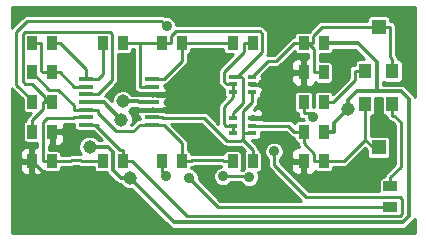
<source format=gbl>
G04 (created by PCBNEW (2013-07-07 BZR 4022)-stable) date 2014-06-17 1:27:57 PM*
%MOIN*%
G04 Gerber Fmt 3.4, Leading zero omitted, Abs format*
%FSLAX34Y34*%
G01*
G70*
G90*
G04 APERTURE LIST*
%ADD10C,0.00590551*%
%ADD11R,0.0512X0.0118*%
%ADD12R,0.0314X0.0157*%
%ADD13R,0.032X0.045*%
%ADD14R,0.045X0.032*%
%ADD15R,0.0393701X0.0492126*%
%ADD16R,0.0472441X0.0492126*%
%ADD17C,0.045*%
%ADD18C,0.035*%
%ADD19C,0.014*%
%ADD20C,0.01*%
G04 APERTURE END LIST*
G54D10*
G54D11*
X41222Y-33437D03*
X41222Y-33187D03*
X41222Y-32927D03*
X41222Y-32677D03*
X41222Y-32417D03*
X41222Y-32162D03*
X41222Y-31907D03*
X43422Y-31907D03*
X43422Y-32162D03*
X43422Y-32417D03*
X43422Y-32677D03*
X43422Y-32932D03*
X43422Y-33187D03*
X43422Y-33442D03*
G54D12*
X46770Y-33209D03*
X46770Y-33464D03*
X46770Y-33719D03*
X46142Y-33719D03*
X46142Y-33464D03*
X46142Y-33209D03*
X46770Y-31831D03*
X46770Y-32086D03*
X46770Y-32341D03*
X46142Y-32341D03*
X46142Y-32086D03*
X46142Y-31831D03*
G54D13*
X48483Y-34645D03*
X49153Y-34645D03*
X42460Y-34645D03*
X41790Y-34645D03*
X40098Y-34645D03*
X39428Y-34645D03*
X49153Y-33661D03*
X48483Y-33661D03*
X48483Y-32677D03*
X49153Y-32677D03*
X48483Y-31692D03*
X49153Y-31692D03*
X49153Y-30708D03*
X48483Y-30708D03*
X44429Y-34645D03*
X43759Y-34645D03*
X46121Y-34645D03*
X46791Y-34645D03*
X46121Y-30708D03*
X46791Y-30708D03*
X40098Y-30708D03*
X39428Y-30708D03*
X39428Y-32677D03*
X40098Y-32677D03*
X39428Y-33661D03*
X40098Y-33661D03*
X40098Y-31692D03*
X39428Y-31692D03*
X42460Y-30708D03*
X41790Y-30708D03*
G54D14*
X51377Y-36161D03*
X51377Y-35491D03*
G54D13*
X44429Y-30708D03*
X43759Y-30708D03*
G54D15*
X50531Y-31633D03*
X51437Y-31633D03*
G54D16*
X50984Y-30177D03*
G54D15*
X51437Y-32736D03*
X50531Y-32736D03*
G54D16*
X50984Y-34192D03*
G54D17*
X42407Y-33263D03*
X42457Y-32657D03*
X42682Y-35203D03*
X41347Y-34171D03*
X49962Y-32909D03*
G54D18*
X48790Y-33169D03*
X43893Y-35158D03*
X50984Y-34842D03*
X39763Y-35393D03*
X47637Y-32716D03*
X47874Y-34685D03*
X45196Y-34960D03*
X40708Y-33897D03*
X47141Y-32086D03*
X44311Y-32874D03*
X45405Y-32145D03*
X45098Y-33791D03*
X46562Y-29937D03*
X47497Y-34324D03*
X43915Y-30148D03*
X44655Y-35195D03*
X46669Y-35190D03*
X45795Y-35151D03*
G54D19*
X41820Y-32677D02*
X41222Y-32677D01*
X42407Y-33263D02*
X41820Y-32677D01*
X42976Y-32657D02*
X42457Y-32657D01*
X42996Y-32677D02*
X42976Y-32657D01*
X43422Y-32677D02*
X42996Y-32677D01*
X41965Y-34171D02*
X41347Y-34171D01*
X42130Y-34336D02*
X41965Y-34171D01*
X42130Y-34941D02*
X42130Y-34336D01*
X42393Y-35203D02*
X42130Y-34941D01*
X42682Y-35203D02*
X42393Y-35203D01*
X49484Y-33388D02*
X49484Y-33661D01*
X49962Y-32909D02*
X49484Y-33388D01*
X49153Y-33661D02*
X49484Y-33661D01*
X50292Y-30708D02*
X49153Y-30708D01*
X50922Y-31338D02*
X50292Y-30708D01*
X50922Y-32320D02*
X50922Y-31338D01*
X51730Y-32320D02*
X50922Y-32320D01*
X51990Y-32579D02*
X51730Y-32320D01*
X51990Y-36485D02*
X51990Y-32579D01*
X51783Y-36692D02*
X51990Y-36485D01*
X44170Y-36692D02*
X51783Y-36692D01*
X42682Y-35203D02*
X44170Y-36692D01*
X49962Y-32622D02*
X49962Y-32909D01*
X50264Y-32320D02*
X49962Y-32622D01*
X50922Y-32320D02*
X50264Y-32320D01*
G54D20*
X48673Y-33052D02*
X48483Y-33052D01*
X48790Y-33169D02*
X48673Y-33052D01*
X48483Y-32677D02*
X48483Y-33052D01*
X43759Y-35024D02*
X43759Y-34645D01*
X43893Y-35158D02*
X43759Y-35024D01*
X39763Y-35393D02*
X39763Y-34980D01*
X39763Y-34980D02*
X39428Y-34645D01*
X45405Y-32145D02*
X45039Y-32145D01*
X45039Y-32145D02*
X44311Y-32874D01*
X47637Y-32716D02*
X47637Y-32582D01*
X47637Y-32582D02*
X47141Y-32086D01*
X48483Y-31692D02*
X47535Y-31692D01*
X47535Y-31692D02*
X47141Y-32086D01*
X40472Y-33661D02*
X40708Y-33897D01*
X40098Y-33661D02*
X40472Y-33661D01*
X44136Y-32699D02*
X44311Y-32874D01*
X43905Y-32468D02*
X44136Y-32699D01*
X43590Y-32468D02*
X43905Y-32468D01*
X43539Y-32417D02*
X43590Y-32468D01*
X43422Y-32417D02*
X43539Y-32417D01*
X47244Y-32086D02*
X47141Y-32086D01*
X43837Y-32874D02*
X44311Y-32874D01*
X43778Y-32932D02*
X43837Y-32874D01*
X43422Y-32932D02*
X43778Y-32932D01*
X47141Y-32964D02*
X47141Y-32086D01*
X47137Y-32968D02*
X47141Y-32964D01*
X47137Y-33099D02*
X47137Y-32968D01*
X47027Y-33209D02*
X47137Y-33099D01*
X46770Y-33209D02*
X47027Y-33209D01*
X46770Y-32086D02*
X47141Y-32086D01*
X44429Y-31306D02*
X44429Y-31007D01*
X43829Y-31907D02*
X44429Y-31306D01*
X43422Y-31907D02*
X43829Y-31907D01*
X44429Y-31007D02*
X44429Y-30708D01*
X44429Y-31007D02*
X44429Y-31007D01*
X44429Y-30708D02*
X46121Y-30708D01*
X44429Y-31007D02*
X44429Y-30708D01*
X46121Y-30708D02*
X46121Y-30708D01*
X43016Y-32162D02*
X43422Y-32162D01*
X43016Y-30708D02*
X43016Y-32162D01*
X43016Y-30708D02*
X43759Y-30708D01*
X44069Y-30708D02*
X43759Y-30708D01*
X44069Y-30471D02*
X44069Y-30708D01*
X44225Y-30315D02*
X44069Y-30471D01*
X47016Y-30315D02*
X44225Y-30315D01*
X47101Y-30401D02*
X47016Y-30315D01*
X47101Y-31000D02*
X47101Y-30401D01*
X46271Y-31831D02*
X47101Y-31000D01*
X46271Y-31831D02*
X46142Y-31831D01*
X46142Y-31831D02*
X46142Y-31831D01*
X43016Y-30708D02*
X42461Y-30708D01*
X42461Y-30708D02*
X42460Y-30708D01*
X46142Y-33031D02*
X46142Y-33075D01*
X46449Y-32724D02*
X46142Y-33031D01*
X46449Y-31881D02*
X46449Y-32724D01*
X46399Y-31831D02*
X46449Y-31881D01*
X46271Y-31831D02*
X46399Y-31831D01*
X46142Y-33075D02*
X46142Y-33120D01*
X46142Y-33075D02*
X46142Y-33209D01*
X46142Y-33075D02*
X46142Y-33075D01*
X43016Y-33442D02*
X43422Y-33442D01*
X42807Y-33651D02*
X43016Y-33442D01*
X42236Y-33651D02*
X42807Y-33651D01*
X41629Y-33043D02*
X42236Y-33651D01*
X41629Y-32927D02*
X41629Y-33043D01*
X41222Y-32927D02*
X41629Y-32927D01*
X40007Y-32271D02*
X39428Y-31692D01*
X40300Y-32271D02*
X40007Y-32271D01*
X40816Y-32787D02*
X40300Y-32271D01*
X40816Y-32927D02*
X40816Y-32787D01*
X41222Y-32927D02*
X40816Y-32927D01*
X39428Y-31692D02*
X39428Y-31692D01*
X43829Y-33442D02*
X43422Y-33442D01*
X44429Y-34042D02*
X44429Y-34645D01*
X43829Y-33442D02*
X44429Y-34042D01*
X44764Y-34620D02*
X44739Y-34645D01*
X45786Y-34620D02*
X44764Y-34620D01*
X45811Y-34645D02*
X45786Y-34620D01*
X46121Y-34645D02*
X45811Y-34645D01*
X44429Y-34645D02*
X44739Y-34645D01*
X46770Y-33719D02*
X46770Y-33719D01*
X46770Y-32599D02*
X46770Y-32513D01*
X46770Y-32599D02*
X46770Y-32341D01*
X46770Y-32599D02*
X46770Y-32599D01*
X43778Y-33187D02*
X43422Y-33187D01*
X43790Y-33199D02*
X43778Y-33187D01*
X45151Y-33199D02*
X43790Y-33199D01*
X46513Y-33719D02*
X46463Y-33669D01*
X46770Y-33719D02*
X46513Y-33719D01*
X46770Y-32685D02*
X46770Y-32599D01*
X46463Y-32992D02*
X46770Y-32685D01*
X46463Y-33669D02*
X46463Y-32992D01*
X46791Y-34645D02*
X46791Y-34270D01*
X46436Y-33915D02*
X46791Y-34270D01*
X46385Y-33965D02*
X46436Y-33915D01*
X45918Y-33965D02*
X46385Y-33965D01*
X45151Y-33199D02*
X45918Y-33965D01*
X46463Y-33887D02*
X46463Y-33669D01*
X46436Y-33915D02*
X46463Y-33887D01*
X51370Y-31171D02*
X51437Y-31237D01*
X51370Y-30177D02*
X51370Y-31171D01*
X51437Y-31633D02*
X51437Y-31237D01*
X51177Y-30177D02*
X51370Y-30177D01*
X50984Y-30177D02*
X51177Y-30177D01*
X50984Y-30177D02*
X50597Y-30177D01*
X46770Y-31831D02*
X46770Y-31831D01*
X46909Y-31692D02*
X46863Y-31739D01*
X47564Y-31317D02*
X48173Y-30708D01*
X47284Y-31317D02*
X47564Y-31317D01*
X46863Y-31739D02*
X47284Y-31317D01*
X46863Y-31739D02*
X46770Y-31831D01*
X48483Y-30708D02*
X48173Y-30708D01*
X48794Y-30471D02*
X48794Y-30708D01*
X49088Y-30177D02*
X48794Y-30471D01*
X50597Y-30177D02*
X49088Y-30177D01*
X48483Y-30708D02*
X48638Y-30708D01*
X48638Y-30708D02*
X48794Y-30708D01*
X48843Y-30913D02*
X48843Y-31692D01*
X48638Y-30708D02*
X48843Y-30913D01*
X49153Y-31692D02*
X48843Y-31692D01*
X45922Y-32086D02*
X46142Y-32086D01*
X45833Y-31998D02*
X45922Y-32086D01*
X45833Y-31666D02*
X45833Y-31998D01*
X46481Y-31018D02*
X45833Y-31666D01*
X46481Y-30708D02*
X46481Y-31018D01*
X46791Y-30708D02*
X46481Y-30708D01*
X46014Y-33464D02*
X46142Y-33464D01*
X46014Y-33464D02*
X46142Y-33464D01*
X46142Y-32231D02*
X46142Y-32230D01*
X45885Y-33464D02*
X46014Y-33464D01*
X45835Y-33414D02*
X45885Y-33464D01*
X45835Y-32827D02*
X45835Y-33414D01*
X46142Y-32520D02*
X45835Y-32827D01*
X46142Y-32375D02*
X46142Y-32520D01*
X46142Y-32375D02*
X46142Y-32375D01*
X46142Y-32375D02*
X46142Y-32375D01*
X46142Y-32231D02*
X46142Y-32341D01*
X46142Y-32230D02*
X46142Y-32231D01*
X46791Y-30708D02*
X46791Y-30708D01*
X46142Y-32158D02*
X46142Y-32230D01*
X46142Y-32230D02*
X46142Y-32158D01*
X46142Y-32358D02*
X46142Y-32375D01*
X46142Y-32375D02*
X46142Y-32358D01*
X46142Y-32358D02*
X46142Y-32350D01*
X46142Y-32350D02*
X46142Y-32358D01*
X46142Y-32158D02*
X46142Y-32122D01*
X46142Y-32122D02*
X46142Y-32158D01*
X46142Y-32345D02*
X46142Y-32350D01*
X46142Y-32350D02*
X46142Y-32345D01*
X46142Y-32104D02*
X46142Y-32122D01*
X46142Y-32122D02*
X46142Y-32104D01*
X46142Y-33552D02*
X46142Y-33592D01*
X46142Y-33552D02*
X46142Y-33719D01*
X46142Y-33552D02*
X46142Y-33552D01*
X46142Y-33464D02*
X46142Y-33508D01*
X46142Y-33508D02*
X46142Y-33552D01*
X46142Y-33508D02*
X46142Y-33464D01*
X46142Y-33508D02*
X46142Y-33508D01*
X46142Y-32345D02*
X46142Y-32343D01*
X46142Y-32343D02*
X46142Y-32345D01*
X46142Y-32104D02*
X46142Y-32095D01*
X46142Y-32095D02*
X46142Y-32104D01*
X46142Y-32342D02*
X46142Y-32343D01*
X46142Y-32343D02*
X46142Y-32342D01*
X46142Y-32091D02*
X46142Y-32095D01*
X46142Y-32095D02*
X46142Y-32091D01*
X46142Y-32342D02*
X46142Y-32342D01*
X46142Y-32342D02*
X46142Y-32342D01*
X46142Y-32091D02*
X46142Y-32088D01*
X46142Y-32088D02*
X46142Y-32091D01*
X46142Y-32341D02*
X46142Y-32342D01*
X46142Y-32342D02*
X46142Y-32341D01*
X46142Y-32087D02*
X46142Y-32088D01*
X46142Y-32088D02*
X46142Y-32087D01*
X46142Y-32341D02*
X46142Y-32341D01*
X46142Y-32341D02*
X46142Y-32341D01*
X46142Y-32087D02*
X46142Y-32087D01*
X46142Y-32087D02*
X46142Y-32087D01*
X46142Y-32341D02*
X46142Y-32341D01*
X46142Y-32341D02*
X46142Y-32341D01*
X46142Y-32341D02*
X46142Y-32341D01*
X46142Y-32341D02*
X46142Y-32341D01*
X46142Y-32086D02*
X46142Y-32087D01*
X46142Y-32087D02*
X46142Y-32086D01*
X46142Y-32341D02*
X46142Y-32341D01*
X46142Y-32086D02*
X46142Y-32086D01*
X46142Y-32086D02*
X46142Y-32086D01*
X46142Y-32086D02*
X46142Y-32086D01*
X46142Y-32086D02*
X46142Y-32086D01*
X46142Y-32086D02*
X46142Y-32086D01*
X46142Y-32086D02*
X46142Y-32086D01*
X46142Y-32086D02*
X46142Y-32086D01*
X46770Y-33464D02*
X46770Y-33464D01*
X50531Y-32736D02*
X50531Y-33132D01*
X50984Y-34192D02*
X50791Y-34192D01*
X48483Y-33661D02*
X48483Y-34036D01*
X48843Y-34396D02*
X48483Y-34036D01*
X48843Y-34645D02*
X48843Y-34396D01*
X50791Y-34192D02*
X50531Y-33933D01*
X50531Y-33933D02*
X50531Y-33132D01*
X49076Y-34645D02*
X48843Y-34645D01*
X49076Y-34645D02*
X49153Y-34645D01*
X49819Y-34645D02*
X50531Y-33933D01*
X49153Y-34645D02*
X49819Y-34645D01*
X47196Y-33464D02*
X46770Y-33464D01*
X47976Y-33464D02*
X48173Y-33661D01*
X47196Y-33464D02*
X47976Y-33464D01*
X48483Y-33661D02*
X48173Y-33661D01*
X41790Y-31745D02*
X41790Y-31226D01*
X41629Y-31907D02*
X41790Y-31745D01*
X41222Y-31907D02*
X41629Y-31907D01*
X41790Y-31226D02*
X41790Y-30708D01*
X41790Y-31226D02*
X41790Y-30708D01*
X41790Y-31226D02*
X41790Y-31226D01*
X41222Y-31572D02*
X41222Y-31907D01*
X40358Y-30708D02*
X41222Y-31572D01*
X40098Y-30708D02*
X40358Y-30708D01*
X40098Y-30708D02*
X40098Y-30708D01*
X47497Y-34769D02*
X47497Y-34324D01*
X48579Y-35851D02*
X47497Y-34769D01*
X51683Y-35851D02*
X48579Y-35851D01*
X51753Y-35921D02*
X51683Y-35851D01*
X51753Y-36411D02*
X51753Y-35921D01*
X51692Y-36471D02*
X51753Y-36411D01*
X44597Y-36471D02*
X51692Y-36471D01*
X42771Y-34645D02*
X44597Y-36471D01*
X42460Y-34645D02*
X42771Y-34645D01*
X41222Y-33437D02*
X41542Y-33437D01*
X41542Y-33437D02*
X41629Y-33437D01*
X42375Y-34270D02*
X42460Y-34270D01*
X41542Y-33437D02*
X42375Y-34270D01*
X42460Y-34645D02*
X42460Y-34270D01*
X41790Y-34645D02*
X41480Y-34645D01*
X40098Y-34645D02*
X40408Y-34645D01*
X40816Y-33187D02*
X40799Y-33204D01*
X41222Y-33187D02*
X40816Y-33187D01*
X40799Y-33204D02*
X40782Y-33221D01*
X39788Y-33345D02*
X39788Y-34645D01*
X39930Y-33204D02*
X39788Y-33345D01*
X40799Y-33204D02*
X39930Y-33204D01*
X40098Y-34645D02*
X39788Y-34645D01*
X40720Y-34645D02*
X40408Y-34645D01*
X40743Y-34621D02*
X40720Y-34645D01*
X41054Y-34621D02*
X40743Y-34621D01*
X41078Y-34645D02*
X41054Y-34621D01*
X41480Y-34645D02*
X41078Y-34645D01*
X40827Y-32162D02*
X41222Y-32162D01*
X40358Y-31692D02*
X40827Y-32162D01*
X40098Y-31692D02*
X40358Y-31692D01*
X39788Y-31692D02*
X40098Y-31692D01*
X39738Y-31643D02*
X39788Y-31692D01*
X39738Y-30708D02*
X39738Y-31643D01*
X39428Y-30708D02*
X39738Y-30708D01*
X39428Y-30708D02*
X39428Y-30708D01*
X39268Y-29973D02*
X43740Y-29973D01*
X38910Y-32093D02*
X38910Y-30330D01*
X39428Y-32612D02*
X38910Y-32093D01*
X39428Y-32677D02*
X39428Y-32612D01*
X38910Y-30330D02*
X39268Y-29973D01*
X43740Y-29973D02*
X43915Y-30148D01*
X39866Y-32512D02*
X39866Y-32677D01*
X39422Y-32068D02*
X39866Y-32512D01*
X39206Y-32068D02*
X39422Y-32068D01*
X39118Y-31980D02*
X39206Y-32068D01*
X39118Y-30412D02*
X39118Y-31980D01*
X39198Y-30333D02*
X39118Y-30412D01*
X42019Y-30333D02*
X39198Y-30333D01*
X42104Y-30418D02*
X42019Y-30333D01*
X42104Y-31941D02*
X42104Y-30418D01*
X41629Y-32417D02*
X42104Y-31941D01*
X41222Y-32417D02*
X41629Y-32417D01*
X40098Y-32677D02*
X40098Y-32677D01*
X40098Y-32677D02*
X39866Y-32677D01*
X39428Y-33286D02*
X39428Y-33473D01*
X39788Y-32926D02*
X39428Y-33286D01*
X39788Y-32677D02*
X39788Y-32926D01*
X39866Y-32677D02*
X39788Y-32677D01*
X39428Y-33473D02*
X39428Y-33661D01*
X39428Y-33473D02*
X39428Y-33661D01*
X39428Y-33473D02*
X39428Y-33473D01*
X50184Y-31956D02*
X49464Y-32677D01*
X50184Y-31633D02*
X50184Y-31956D01*
X50531Y-31633D02*
X50184Y-31633D01*
X49153Y-32677D02*
X49464Y-32677D01*
X51377Y-36161D02*
X45621Y-36161D01*
X45621Y-36161D02*
X44655Y-35195D01*
X51723Y-34836D02*
X51377Y-35181D01*
X51723Y-33347D02*
X51723Y-34836D01*
X51508Y-33132D02*
X51723Y-33347D01*
X51437Y-33132D02*
X51508Y-33132D01*
X51437Y-32736D02*
X51437Y-33132D01*
X51377Y-35491D02*
X51377Y-35181D01*
X46669Y-35190D02*
X46630Y-35151D01*
X46630Y-35151D02*
X45795Y-35151D01*
G54D10*
G36*
X41773Y-33951D02*
X41658Y-33951D01*
X41560Y-33853D01*
X41422Y-33796D01*
X41273Y-33796D01*
X41135Y-33853D01*
X41030Y-33958D01*
X40972Y-34096D01*
X40972Y-34245D01*
X41029Y-34383D01*
X41071Y-34425D01*
X41054Y-34421D01*
X40743Y-34421D01*
X40667Y-34437D01*
X40654Y-34445D01*
X40508Y-34445D01*
X40508Y-33836D01*
X40508Y-33773D01*
X40446Y-33711D01*
X40148Y-33711D01*
X40148Y-34073D01*
X40211Y-34136D01*
X40308Y-34136D01*
X40400Y-34098D01*
X40470Y-34028D01*
X40508Y-33936D01*
X40508Y-33836D01*
X40508Y-34445D01*
X40408Y-34445D01*
X40408Y-34445D01*
X40408Y-34390D01*
X40386Y-34335D01*
X40343Y-34293D01*
X40288Y-34270D01*
X40229Y-34270D01*
X39988Y-34270D01*
X39988Y-34134D01*
X40048Y-34073D01*
X40048Y-33711D01*
X40040Y-33711D01*
X40040Y-33611D01*
X40048Y-33611D01*
X40048Y-33603D01*
X40148Y-33603D01*
X40148Y-33611D01*
X40446Y-33611D01*
X40508Y-33548D01*
X40508Y-33485D01*
X40508Y-33404D01*
X40702Y-33404D01*
X40706Y-33406D01*
X40782Y-33421D01*
X40816Y-33414D01*
X40816Y-33525D01*
X40839Y-33581D01*
X40881Y-33623D01*
X40936Y-33646D01*
X40996Y-33646D01*
X41468Y-33646D01*
X41773Y-33951D01*
X41773Y-33951D01*
G37*
G54D20*
X41773Y-33951D02*
X41658Y-33951D01*
X41560Y-33853D01*
X41422Y-33796D01*
X41273Y-33796D01*
X41135Y-33853D01*
X41030Y-33958D01*
X40972Y-34096D01*
X40972Y-34245D01*
X41029Y-34383D01*
X41071Y-34425D01*
X41054Y-34421D01*
X40743Y-34421D01*
X40667Y-34437D01*
X40654Y-34445D01*
X40508Y-34445D01*
X40508Y-33836D01*
X40508Y-33773D01*
X40446Y-33711D01*
X40148Y-33711D01*
X40148Y-34073D01*
X40211Y-34136D01*
X40308Y-34136D01*
X40400Y-34098D01*
X40470Y-34028D01*
X40508Y-33936D01*
X40508Y-33836D01*
X40508Y-34445D01*
X40408Y-34445D01*
X40408Y-34445D01*
X40408Y-34390D01*
X40386Y-34335D01*
X40343Y-34293D01*
X40288Y-34270D01*
X40229Y-34270D01*
X39988Y-34270D01*
X39988Y-34134D01*
X40048Y-34073D01*
X40048Y-33711D01*
X40040Y-33711D01*
X40040Y-33611D01*
X40048Y-33611D01*
X40048Y-33603D01*
X40148Y-33603D01*
X40148Y-33611D01*
X40446Y-33611D01*
X40508Y-33548D01*
X40508Y-33485D01*
X40508Y-33404D01*
X40702Y-33404D01*
X40706Y-33406D01*
X40782Y-33421D01*
X40816Y-33414D01*
X40816Y-33525D01*
X40839Y-33581D01*
X40881Y-33623D01*
X40936Y-33646D01*
X40996Y-33646D01*
X41468Y-33646D01*
X41773Y-33951D01*
G54D10*
G36*
X46133Y-31083D02*
X45692Y-31525D01*
X45649Y-31590D01*
X45633Y-31666D01*
X45633Y-31998D01*
X45641Y-32036D01*
X45648Y-32074D01*
X45649Y-32074D01*
X45649Y-32074D01*
X45670Y-32106D01*
X45692Y-32139D01*
X45780Y-32227D01*
X45780Y-32227D01*
X45780Y-32228D01*
X45815Y-32251D01*
X45835Y-32264D01*
X45835Y-32292D01*
X45835Y-32449D01*
X45858Y-32504D01*
X45866Y-32513D01*
X45694Y-32685D01*
X45651Y-32750D01*
X45635Y-32827D01*
X45635Y-33400D01*
X45292Y-33057D01*
X45228Y-33014D01*
X45151Y-32999D01*
X43903Y-32999D01*
X43866Y-32961D01*
X43472Y-32961D01*
X43472Y-32978D01*
X43372Y-32978D01*
X43372Y-32961D01*
X42979Y-32961D01*
X42916Y-33024D01*
X42916Y-33040D01*
X42954Y-33132D01*
X43016Y-33194D01*
X43016Y-33242D01*
X43016Y-33242D01*
X42939Y-33257D01*
X42875Y-33300D01*
X42874Y-33301D01*
X42743Y-33432D01*
X42782Y-33338D01*
X42782Y-33189D01*
X42725Y-33051D01*
X42655Y-32981D01*
X42669Y-32975D01*
X42767Y-32877D01*
X42907Y-32877D01*
X42912Y-32880D01*
X42912Y-32880D01*
X42913Y-32880D01*
X42957Y-32889D01*
X42968Y-32891D01*
X42979Y-32902D01*
X43372Y-32902D01*
X43372Y-32897D01*
X43422Y-32897D01*
X43472Y-32887D01*
X43472Y-32902D01*
X43866Y-32902D01*
X43928Y-32840D01*
X43928Y-32823D01*
X43890Y-32731D01*
X43833Y-32674D01*
X43890Y-32617D01*
X43928Y-32525D01*
X43928Y-32509D01*
X43866Y-32446D01*
X43472Y-32446D01*
X43472Y-32467D01*
X43422Y-32457D01*
X43372Y-32457D01*
X43372Y-32446D01*
X43024Y-32446D01*
X43018Y-32445D01*
X42976Y-32437D01*
X42767Y-32437D01*
X42669Y-32339D01*
X42532Y-32282D01*
X42382Y-32282D01*
X42244Y-32339D01*
X42139Y-32444D01*
X42082Y-32582D01*
X42082Y-32627D01*
X41976Y-32521D01*
X41905Y-32473D01*
X41863Y-32465D01*
X42246Y-32082D01*
X42289Y-32018D01*
X42304Y-31941D01*
X42304Y-31941D01*
X42304Y-31083D01*
X42330Y-31083D01*
X42650Y-31083D01*
X42705Y-31060D01*
X42748Y-31018D01*
X42770Y-30963D01*
X42771Y-30908D01*
X42816Y-30908D01*
X42816Y-32162D01*
X42831Y-32238D01*
X42875Y-32303D01*
X42935Y-32344D01*
X42979Y-32387D01*
X43372Y-32387D01*
X43372Y-32371D01*
X43472Y-32371D01*
X43472Y-32387D01*
X43866Y-32387D01*
X43928Y-32325D01*
X43928Y-32308D01*
X43890Y-32216D01*
X43828Y-32154D01*
X43828Y-32107D01*
X43829Y-32107D01*
X43905Y-32091D01*
X43970Y-32048D01*
X44571Y-31448D01*
X44614Y-31383D01*
X44629Y-31306D01*
X44629Y-31306D01*
X44629Y-31079D01*
X44674Y-31060D01*
X44716Y-31018D01*
X44739Y-30963D01*
X44739Y-30908D01*
X45811Y-30908D01*
X45811Y-30963D01*
X45834Y-31018D01*
X45876Y-31060D01*
X45931Y-31083D01*
X45991Y-31083D01*
X46133Y-31083D01*
X46133Y-31083D01*
G37*
G54D20*
X46133Y-31083D02*
X45692Y-31525D01*
X45649Y-31590D01*
X45633Y-31666D01*
X45633Y-31998D01*
X45641Y-32036D01*
X45648Y-32074D01*
X45649Y-32074D01*
X45649Y-32074D01*
X45670Y-32106D01*
X45692Y-32139D01*
X45780Y-32227D01*
X45780Y-32227D01*
X45780Y-32228D01*
X45815Y-32251D01*
X45835Y-32264D01*
X45835Y-32292D01*
X45835Y-32449D01*
X45858Y-32504D01*
X45866Y-32513D01*
X45694Y-32685D01*
X45651Y-32750D01*
X45635Y-32827D01*
X45635Y-33400D01*
X45292Y-33057D01*
X45228Y-33014D01*
X45151Y-32999D01*
X43903Y-32999D01*
X43866Y-32961D01*
X43472Y-32961D01*
X43472Y-32978D01*
X43372Y-32978D01*
X43372Y-32961D01*
X42979Y-32961D01*
X42916Y-33024D01*
X42916Y-33040D01*
X42954Y-33132D01*
X43016Y-33194D01*
X43016Y-33242D01*
X43016Y-33242D01*
X42939Y-33257D01*
X42875Y-33300D01*
X42874Y-33301D01*
X42743Y-33432D01*
X42782Y-33338D01*
X42782Y-33189D01*
X42725Y-33051D01*
X42655Y-32981D01*
X42669Y-32975D01*
X42767Y-32877D01*
X42907Y-32877D01*
X42912Y-32880D01*
X42912Y-32880D01*
X42913Y-32880D01*
X42957Y-32889D01*
X42968Y-32891D01*
X42979Y-32902D01*
X43372Y-32902D01*
X43372Y-32897D01*
X43422Y-32897D01*
X43472Y-32887D01*
X43472Y-32902D01*
X43866Y-32902D01*
X43928Y-32840D01*
X43928Y-32823D01*
X43890Y-32731D01*
X43833Y-32674D01*
X43890Y-32617D01*
X43928Y-32525D01*
X43928Y-32509D01*
X43866Y-32446D01*
X43472Y-32446D01*
X43472Y-32467D01*
X43422Y-32457D01*
X43372Y-32457D01*
X43372Y-32446D01*
X43024Y-32446D01*
X43018Y-32445D01*
X42976Y-32437D01*
X42767Y-32437D01*
X42669Y-32339D01*
X42532Y-32282D01*
X42382Y-32282D01*
X42244Y-32339D01*
X42139Y-32444D01*
X42082Y-32582D01*
X42082Y-32627D01*
X41976Y-32521D01*
X41905Y-32473D01*
X41863Y-32465D01*
X42246Y-32082D01*
X42289Y-32018D01*
X42304Y-31941D01*
X42304Y-31941D01*
X42304Y-31083D01*
X42330Y-31083D01*
X42650Y-31083D01*
X42705Y-31060D01*
X42748Y-31018D01*
X42770Y-30963D01*
X42771Y-30908D01*
X42816Y-30908D01*
X42816Y-32162D01*
X42831Y-32238D01*
X42875Y-32303D01*
X42935Y-32344D01*
X42979Y-32387D01*
X43372Y-32387D01*
X43372Y-32371D01*
X43472Y-32371D01*
X43472Y-32387D01*
X43866Y-32387D01*
X43928Y-32325D01*
X43928Y-32308D01*
X43890Y-32216D01*
X43828Y-32154D01*
X43828Y-32107D01*
X43829Y-32107D01*
X43905Y-32091D01*
X43970Y-32048D01*
X44571Y-31448D01*
X44614Y-31383D01*
X44629Y-31306D01*
X44629Y-31306D01*
X44629Y-31079D01*
X44674Y-31060D01*
X44716Y-31018D01*
X44739Y-30963D01*
X44739Y-30908D01*
X45811Y-30908D01*
X45811Y-30963D01*
X45834Y-31018D01*
X45876Y-31060D01*
X45931Y-31083D01*
X45991Y-31083D01*
X46133Y-31083D01*
G54D10*
G36*
X46539Y-34300D02*
X46504Y-34335D01*
X46481Y-34390D01*
X46481Y-34450D01*
X46481Y-34900D01*
X46487Y-34914D01*
X46485Y-34915D01*
X46448Y-34951D01*
X46410Y-34951D01*
X46431Y-34900D01*
X46431Y-34840D01*
X46431Y-34390D01*
X46408Y-34335D01*
X46366Y-34293D01*
X46311Y-34270D01*
X46251Y-34270D01*
X45931Y-34270D01*
X45876Y-34293D01*
X45834Y-34335D01*
X45811Y-34390D01*
X45811Y-34425D01*
X45786Y-34420D01*
X44764Y-34420D01*
X44739Y-34425D01*
X44739Y-34390D01*
X44716Y-34335D01*
X44674Y-34293D01*
X44629Y-34274D01*
X44629Y-34042D01*
X44616Y-33978D01*
X44614Y-33965D01*
X44614Y-33965D01*
X44570Y-33901D01*
X44068Y-33399D01*
X45068Y-33399D01*
X45776Y-34106D01*
X45776Y-34106D01*
X45841Y-34150D01*
X45841Y-34150D01*
X45854Y-34152D01*
X45918Y-34165D01*
X46385Y-34165D01*
X46400Y-34162D01*
X46539Y-34300D01*
X46539Y-34300D01*
G37*
G54D20*
X46539Y-34300D02*
X46504Y-34335D01*
X46481Y-34390D01*
X46481Y-34450D01*
X46481Y-34900D01*
X46487Y-34914D01*
X46485Y-34915D01*
X46448Y-34951D01*
X46410Y-34951D01*
X46431Y-34900D01*
X46431Y-34840D01*
X46431Y-34390D01*
X46408Y-34335D01*
X46366Y-34293D01*
X46311Y-34270D01*
X46251Y-34270D01*
X45931Y-34270D01*
X45876Y-34293D01*
X45834Y-34335D01*
X45811Y-34390D01*
X45811Y-34425D01*
X45786Y-34420D01*
X44764Y-34420D01*
X44739Y-34425D01*
X44739Y-34390D01*
X44716Y-34335D01*
X44674Y-34293D01*
X44629Y-34274D01*
X44629Y-34042D01*
X44616Y-33978D01*
X44614Y-33965D01*
X44614Y-33965D01*
X44570Y-33901D01*
X44068Y-33399D01*
X45068Y-33399D01*
X45776Y-34106D01*
X45776Y-34106D01*
X45841Y-34150D01*
X45841Y-34150D01*
X45854Y-34152D01*
X45918Y-34165D01*
X46385Y-34165D01*
X46400Y-34162D01*
X46539Y-34300D01*
G54D10*
G36*
X50510Y-31237D02*
X50304Y-31237D01*
X50249Y-31260D01*
X50207Y-31302D01*
X50184Y-31357D01*
X50184Y-31417D01*
X50184Y-31433D01*
X50184Y-31433D01*
X50107Y-31449D01*
X50043Y-31492D01*
X49999Y-31557D01*
X49984Y-31633D01*
X49984Y-31873D01*
X49455Y-32402D01*
X49441Y-32367D01*
X49398Y-32325D01*
X49343Y-32302D01*
X49284Y-32302D01*
X48964Y-32302D01*
X48909Y-32324D01*
X48866Y-32367D01*
X48843Y-32422D01*
X48843Y-32481D01*
X48843Y-32844D01*
X48793Y-32844D01*
X48793Y-32422D01*
X48771Y-32367D01*
X48728Y-32325D01*
X48673Y-32302D01*
X48614Y-32302D01*
X48433Y-32302D01*
X48433Y-32105D01*
X48433Y-31742D01*
X48433Y-31642D01*
X48433Y-31280D01*
X48371Y-31217D01*
X48274Y-31217D01*
X48182Y-31255D01*
X48112Y-31326D01*
X48073Y-31417D01*
X48073Y-31517D01*
X48073Y-31580D01*
X48136Y-31642D01*
X48433Y-31642D01*
X48433Y-31742D01*
X48136Y-31742D01*
X48073Y-31805D01*
X48073Y-31868D01*
X48073Y-31967D01*
X48112Y-32059D01*
X48182Y-32129D01*
X48274Y-32167D01*
X48371Y-32167D01*
X48433Y-32105D01*
X48433Y-32302D01*
X48294Y-32302D01*
X48239Y-32324D01*
X48196Y-32367D01*
X48173Y-32422D01*
X48173Y-32481D01*
X48173Y-32931D01*
X48196Y-32987D01*
X48238Y-33029D01*
X48283Y-33047D01*
X48283Y-33052D01*
X48299Y-33128D01*
X48342Y-33193D01*
X48407Y-33237D01*
X48472Y-33249D01*
X48487Y-33286D01*
X48294Y-33286D01*
X48239Y-33309D01*
X48196Y-33351D01*
X48182Y-33386D01*
X48118Y-33323D01*
X48053Y-33279D01*
X47976Y-33264D01*
X47196Y-33264D01*
X47177Y-33264D01*
X47130Y-33264D01*
X47115Y-33248D01*
X46988Y-33248D01*
X46957Y-33236D01*
X46897Y-33236D01*
X46712Y-33236D01*
X46712Y-33170D01*
X46720Y-33170D01*
X46720Y-33151D01*
X46820Y-33151D01*
X46820Y-33170D01*
X47115Y-33170D01*
X47177Y-33107D01*
X47177Y-33081D01*
X47139Y-32989D01*
X47069Y-32919D01*
X46977Y-32881D01*
X46878Y-32881D01*
X46883Y-32881D01*
X46820Y-32943D01*
X46820Y-32918D01*
X46912Y-32827D01*
X46912Y-32827D01*
X46955Y-32762D01*
X46970Y-32685D01*
X46970Y-32599D01*
X46970Y-32564D01*
X47012Y-32547D01*
X47054Y-32505D01*
X47077Y-32450D01*
X47077Y-32390D01*
X47077Y-32368D01*
X47139Y-32306D01*
X47177Y-32214D01*
X47177Y-32188D01*
X47115Y-32125D01*
X46988Y-32125D01*
X46957Y-32113D01*
X46897Y-32113D01*
X46712Y-32113D01*
X46712Y-32060D01*
X46957Y-32060D01*
X46988Y-32047D01*
X47115Y-32047D01*
X47177Y-31984D01*
X47177Y-31958D01*
X47139Y-31866D01*
X47079Y-31806D01*
X47367Y-31517D01*
X47564Y-31517D01*
X47641Y-31502D01*
X47706Y-31459D01*
X48182Y-30983D01*
X48196Y-31018D01*
X48238Y-31060D01*
X48293Y-31083D01*
X48353Y-31083D01*
X48643Y-31083D01*
X48643Y-31217D01*
X48596Y-31217D01*
X48533Y-31280D01*
X48533Y-31642D01*
X48541Y-31642D01*
X48541Y-31742D01*
X48533Y-31742D01*
X48533Y-32105D01*
X48596Y-32167D01*
X48693Y-32167D01*
X48785Y-32129D01*
X48855Y-32059D01*
X48875Y-32011D01*
X48908Y-32045D01*
X48963Y-32067D01*
X49023Y-32067D01*
X49343Y-32067D01*
X49398Y-32045D01*
X49440Y-32002D01*
X49463Y-31947D01*
X49463Y-31888D01*
X49463Y-31438D01*
X49441Y-31383D01*
X49398Y-31340D01*
X49343Y-31317D01*
X49284Y-31317D01*
X49043Y-31317D01*
X49043Y-31083D01*
X49343Y-31083D01*
X49398Y-31060D01*
X49440Y-31018D01*
X49463Y-30963D01*
X49463Y-30928D01*
X50201Y-30928D01*
X50510Y-31237D01*
X50510Y-31237D01*
G37*
G54D20*
X50510Y-31237D02*
X50304Y-31237D01*
X50249Y-31260D01*
X50207Y-31302D01*
X50184Y-31357D01*
X50184Y-31417D01*
X50184Y-31433D01*
X50184Y-31433D01*
X50107Y-31449D01*
X50043Y-31492D01*
X49999Y-31557D01*
X49984Y-31633D01*
X49984Y-31873D01*
X49455Y-32402D01*
X49441Y-32367D01*
X49398Y-32325D01*
X49343Y-32302D01*
X49284Y-32302D01*
X48964Y-32302D01*
X48909Y-32324D01*
X48866Y-32367D01*
X48843Y-32422D01*
X48843Y-32481D01*
X48843Y-32844D01*
X48793Y-32844D01*
X48793Y-32422D01*
X48771Y-32367D01*
X48728Y-32325D01*
X48673Y-32302D01*
X48614Y-32302D01*
X48433Y-32302D01*
X48433Y-32105D01*
X48433Y-31742D01*
X48433Y-31642D01*
X48433Y-31280D01*
X48371Y-31217D01*
X48274Y-31217D01*
X48182Y-31255D01*
X48112Y-31326D01*
X48073Y-31417D01*
X48073Y-31517D01*
X48073Y-31580D01*
X48136Y-31642D01*
X48433Y-31642D01*
X48433Y-31742D01*
X48136Y-31742D01*
X48073Y-31805D01*
X48073Y-31868D01*
X48073Y-31967D01*
X48112Y-32059D01*
X48182Y-32129D01*
X48274Y-32167D01*
X48371Y-32167D01*
X48433Y-32105D01*
X48433Y-32302D01*
X48294Y-32302D01*
X48239Y-32324D01*
X48196Y-32367D01*
X48173Y-32422D01*
X48173Y-32481D01*
X48173Y-32931D01*
X48196Y-32987D01*
X48238Y-33029D01*
X48283Y-33047D01*
X48283Y-33052D01*
X48299Y-33128D01*
X48342Y-33193D01*
X48407Y-33237D01*
X48472Y-33249D01*
X48487Y-33286D01*
X48294Y-33286D01*
X48239Y-33309D01*
X48196Y-33351D01*
X48182Y-33386D01*
X48118Y-33323D01*
X48053Y-33279D01*
X47976Y-33264D01*
X47196Y-33264D01*
X47177Y-33264D01*
X47130Y-33264D01*
X47115Y-33248D01*
X46988Y-33248D01*
X46957Y-33236D01*
X46897Y-33236D01*
X46712Y-33236D01*
X46712Y-33170D01*
X46720Y-33170D01*
X46720Y-33151D01*
X46820Y-33151D01*
X46820Y-33170D01*
X47115Y-33170D01*
X47177Y-33107D01*
X47177Y-33081D01*
X47139Y-32989D01*
X47069Y-32919D01*
X46977Y-32881D01*
X46878Y-32881D01*
X46883Y-32881D01*
X46820Y-32943D01*
X46820Y-32918D01*
X46912Y-32827D01*
X46912Y-32827D01*
X46955Y-32762D01*
X46970Y-32685D01*
X46970Y-32599D01*
X46970Y-32564D01*
X47012Y-32547D01*
X47054Y-32505D01*
X47077Y-32450D01*
X47077Y-32390D01*
X47077Y-32368D01*
X47139Y-32306D01*
X47177Y-32214D01*
X47177Y-32188D01*
X47115Y-32125D01*
X46988Y-32125D01*
X46957Y-32113D01*
X46897Y-32113D01*
X46712Y-32113D01*
X46712Y-32060D01*
X46957Y-32060D01*
X46988Y-32047D01*
X47115Y-32047D01*
X47177Y-31984D01*
X47177Y-31958D01*
X47139Y-31866D01*
X47079Y-31806D01*
X47367Y-31517D01*
X47564Y-31517D01*
X47641Y-31502D01*
X47706Y-31459D01*
X48182Y-30983D01*
X48196Y-31018D01*
X48238Y-31060D01*
X48293Y-31083D01*
X48353Y-31083D01*
X48643Y-31083D01*
X48643Y-31217D01*
X48596Y-31217D01*
X48533Y-31280D01*
X48533Y-31642D01*
X48541Y-31642D01*
X48541Y-31742D01*
X48533Y-31742D01*
X48533Y-32105D01*
X48596Y-32167D01*
X48693Y-32167D01*
X48785Y-32129D01*
X48855Y-32059D01*
X48875Y-32011D01*
X48908Y-32045D01*
X48963Y-32067D01*
X49023Y-32067D01*
X49343Y-32067D01*
X49398Y-32045D01*
X49440Y-32002D01*
X49463Y-31947D01*
X49463Y-31888D01*
X49463Y-31438D01*
X49441Y-31383D01*
X49398Y-31340D01*
X49343Y-31317D01*
X49284Y-31317D01*
X49043Y-31317D01*
X49043Y-31083D01*
X49343Y-31083D01*
X49398Y-31060D01*
X49440Y-31018D01*
X49463Y-30963D01*
X49463Y-30928D01*
X50201Y-30928D01*
X50510Y-31237D01*
G54D10*
G36*
X51523Y-34753D02*
X51236Y-35040D01*
X51193Y-35105D01*
X51177Y-35181D01*
X51177Y-35181D01*
X51123Y-35181D01*
X51068Y-35204D01*
X51025Y-35246D01*
X51002Y-35301D01*
X51002Y-35361D01*
X51002Y-35651D01*
X48662Y-35651D01*
X48433Y-35422D01*
X48433Y-35058D01*
X48433Y-34695D01*
X48136Y-34695D01*
X48073Y-34758D01*
X48073Y-34821D01*
X48073Y-34920D01*
X48112Y-35012D01*
X48182Y-35082D01*
X48274Y-35120D01*
X48371Y-35120D01*
X48433Y-35058D01*
X48433Y-35422D01*
X47697Y-34686D01*
X47697Y-34584D01*
X47772Y-34509D01*
X47822Y-34389D01*
X47822Y-34260D01*
X47773Y-34141D01*
X47681Y-34049D01*
X47562Y-34000D01*
X47433Y-33999D01*
X47313Y-34049D01*
X47222Y-34140D01*
X47172Y-34260D01*
X47172Y-34389D01*
X47221Y-34508D01*
X47297Y-34584D01*
X47297Y-34769D01*
X47312Y-34846D01*
X47356Y-34910D01*
X48407Y-35961D01*
X45704Y-35961D01*
X44980Y-35237D01*
X44980Y-35131D01*
X44930Y-35011D01*
X44839Y-34920D01*
X44739Y-34878D01*
X44739Y-34845D01*
X44739Y-34845D01*
X44816Y-34830D01*
X44831Y-34820D01*
X45719Y-34820D01*
X45730Y-34827D01*
X45612Y-34876D01*
X45520Y-34967D01*
X45470Y-35086D01*
X45470Y-35216D01*
X45520Y-35335D01*
X45611Y-35427D01*
X45730Y-35476D01*
X45860Y-35476D01*
X45979Y-35427D01*
X46055Y-35351D01*
X46384Y-35351D01*
X46393Y-35374D01*
X46484Y-35466D01*
X46604Y-35515D01*
X46733Y-35515D01*
X46853Y-35466D01*
X46944Y-35375D01*
X46994Y-35255D01*
X46994Y-35126D01*
X46950Y-35020D01*
X46981Y-35020D01*
X47036Y-34997D01*
X47078Y-34955D01*
X47101Y-34900D01*
X47101Y-34840D01*
X47101Y-34390D01*
X47078Y-34335D01*
X47036Y-34293D01*
X46991Y-34274D01*
X46991Y-34270D01*
X46991Y-34270D01*
X46976Y-34193D01*
X46933Y-34129D01*
X46752Y-33948D01*
X46957Y-33948D01*
X47012Y-33925D01*
X47054Y-33883D01*
X47077Y-33828D01*
X47077Y-33768D01*
X47077Y-33664D01*
X47196Y-33664D01*
X47894Y-33664D01*
X48032Y-33802D01*
X48032Y-33802D01*
X48075Y-33831D01*
X48097Y-33846D01*
X48097Y-33846D01*
X48173Y-33861D01*
X48173Y-33861D01*
X48173Y-33861D01*
X48173Y-33916D01*
X48196Y-33971D01*
X48238Y-34013D01*
X48283Y-34032D01*
X48283Y-34036D01*
X48299Y-34113D01*
X48337Y-34170D01*
X48274Y-34170D01*
X48182Y-34208D01*
X48112Y-34278D01*
X48073Y-34370D01*
X48073Y-34470D01*
X48073Y-34533D01*
X48136Y-34595D01*
X48433Y-34595D01*
X48433Y-34587D01*
X48533Y-34587D01*
X48533Y-34595D01*
X48541Y-34595D01*
X48541Y-34695D01*
X48533Y-34695D01*
X48533Y-35058D01*
X48596Y-35120D01*
X48693Y-35120D01*
X48785Y-35082D01*
X48855Y-35012D01*
X48875Y-34964D01*
X48908Y-34997D01*
X48963Y-35020D01*
X49023Y-35020D01*
X49343Y-35020D01*
X49398Y-34997D01*
X49440Y-34955D01*
X49463Y-34900D01*
X49463Y-34845D01*
X49819Y-34845D01*
X49895Y-34830D01*
X49960Y-34787D01*
X50531Y-34216D01*
X50598Y-34282D01*
X50598Y-34468D01*
X50620Y-34523D01*
X50662Y-34566D01*
X50718Y-34588D01*
X50777Y-34589D01*
X51250Y-34589D01*
X51305Y-34566D01*
X51347Y-34524D01*
X51370Y-34468D01*
X51370Y-34409D01*
X51370Y-33917D01*
X51347Y-33861D01*
X51305Y-33819D01*
X51250Y-33796D01*
X51190Y-33796D01*
X50731Y-33796D01*
X50731Y-33132D01*
X50731Y-33132D01*
X50758Y-33132D01*
X50813Y-33109D01*
X50855Y-33067D01*
X50878Y-33012D01*
X50878Y-32952D01*
X50878Y-32540D01*
X50922Y-32540D01*
X51090Y-32540D01*
X51090Y-33011D01*
X51112Y-33067D01*
X51155Y-33109D01*
X51210Y-33132D01*
X51237Y-33132D01*
X51237Y-33132D01*
X51252Y-33208D01*
X51295Y-33273D01*
X51360Y-33317D01*
X51422Y-33329D01*
X51523Y-33429D01*
X51523Y-34753D01*
X51523Y-34753D01*
G37*
G54D20*
X51523Y-34753D02*
X51236Y-35040D01*
X51193Y-35105D01*
X51177Y-35181D01*
X51177Y-35181D01*
X51123Y-35181D01*
X51068Y-35204D01*
X51025Y-35246D01*
X51002Y-35301D01*
X51002Y-35361D01*
X51002Y-35651D01*
X48662Y-35651D01*
X48433Y-35422D01*
X48433Y-35058D01*
X48433Y-34695D01*
X48136Y-34695D01*
X48073Y-34758D01*
X48073Y-34821D01*
X48073Y-34920D01*
X48112Y-35012D01*
X48182Y-35082D01*
X48274Y-35120D01*
X48371Y-35120D01*
X48433Y-35058D01*
X48433Y-35422D01*
X47697Y-34686D01*
X47697Y-34584D01*
X47772Y-34509D01*
X47822Y-34389D01*
X47822Y-34260D01*
X47773Y-34141D01*
X47681Y-34049D01*
X47562Y-34000D01*
X47433Y-33999D01*
X47313Y-34049D01*
X47222Y-34140D01*
X47172Y-34260D01*
X47172Y-34389D01*
X47221Y-34508D01*
X47297Y-34584D01*
X47297Y-34769D01*
X47312Y-34846D01*
X47356Y-34910D01*
X48407Y-35961D01*
X45704Y-35961D01*
X44980Y-35237D01*
X44980Y-35131D01*
X44930Y-35011D01*
X44839Y-34920D01*
X44739Y-34878D01*
X44739Y-34845D01*
X44739Y-34845D01*
X44816Y-34830D01*
X44831Y-34820D01*
X45719Y-34820D01*
X45730Y-34827D01*
X45612Y-34876D01*
X45520Y-34967D01*
X45470Y-35086D01*
X45470Y-35216D01*
X45520Y-35335D01*
X45611Y-35427D01*
X45730Y-35476D01*
X45860Y-35476D01*
X45979Y-35427D01*
X46055Y-35351D01*
X46384Y-35351D01*
X46393Y-35374D01*
X46484Y-35466D01*
X46604Y-35515D01*
X46733Y-35515D01*
X46853Y-35466D01*
X46944Y-35375D01*
X46994Y-35255D01*
X46994Y-35126D01*
X46950Y-35020D01*
X46981Y-35020D01*
X47036Y-34997D01*
X47078Y-34955D01*
X47101Y-34900D01*
X47101Y-34840D01*
X47101Y-34390D01*
X47078Y-34335D01*
X47036Y-34293D01*
X46991Y-34274D01*
X46991Y-34270D01*
X46991Y-34270D01*
X46976Y-34193D01*
X46933Y-34129D01*
X46752Y-33948D01*
X46957Y-33948D01*
X47012Y-33925D01*
X47054Y-33883D01*
X47077Y-33828D01*
X47077Y-33768D01*
X47077Y-33664D01*
X47196Y-33664D01*
X47894Y-33664D01*
X48032Y-33802D01*
X48032Y-33802D01*
X48075Y-33831D01*
X48097Y-33846D01*
X48097Y-33846D01*
X48173Y-33861D01*
X48173Y-33861D01*
X48173Y-33861D01*
X48173Y-33916D01*
X48196Y-33971D01*
X48238Y-34013D01*
X48283Y-34032D01*
X48283Y-34036D01*
X48299Y-34113D01*
X48337Y-34170D01*
X48274Y-34170D01*
X48182Y-34208D01*
X48112Y-34278D01*
X48073Y-34370D01*
X48073Y-34470D01*
X48073Y-34533D01*
X48136Y-34595D01*
X48433Y-34595D01*
X48433Y-34587D01*
X48533Y-34587D01*
X48533Y-34595D01*
X48541Y-34595D01*
X48541Y-34695D01*
X48533Y-34695D01*
X48533Y-35058D01*
X48596Y-35120D01*
X48693Y-35120D01*
X48785Y-35082D01*
X48855Y-35012D01*
X48875Y-34964D01*
X48908Y-34997D01*
X48963Y-35020D01*
X49023Y-35020D01*
X49343Y-35020D01*
X49398Y-34997D01*
X49440Y-34955D01*
X49463Y-34900D01*
X49463Y-34845D01*
X49819Y-34845D01*
X49895Y-34830D01*
X49960Y-34787D01*
X50531Y-34216D01*
X50598Y-34282D01*
X50598Y-34468D01*
X50620Y-34523D01*
X50662Y-34566D01*
X50718Y-34588D01*
X50777Y-34589D01*
X51250Y-34589D01*
X51305Y-34566D01*
X51347Y-34524D01*
X51370Y-34468D01*
X51370Y-34409D01*
X51370Y-33917D01*
X51347Y-33861D01*
X51305Y-33819D01*
X51250Y-33796D01*
X51190Y-33796D01*
X50731Y-33796D01*
X50731Y-33132D01*
X50731Y-33132D01*
X50758Y-33132D01*
X50813Y-33109D01*
X50855Y-33067D01*
X50878Y-33012D01*
X50878Y-32952D01*
X50878Y-32540D01*
X50922Y-32540D01*
X51090Y-32540D01*
X51090Y-33011D01*
X51112Y-33067D01*
X51155Y-33109D01*
X51210Y-33132D01*
X51237Y-33132D01*
X51237Y-33132D01*
X51252Y-33208D01*
X51295Y-33273D01*
X51360Y-33317D01*
X51422Y-33329D01*
X51523Y-33429D01*
X51523Y-34753D01*
G54D10*
G36*
X52192Y-32494D02*
X52145Y-32423D01*
X51886Y-32164D01*
X51814Y-32116D01*
X51730Y-32100D01*
X51142Y-32100D01*
X51142Y-31994D01*
X51155Y-32007D01*
X51210Y-32029D01*
X51269Y-32029D01*
X51663Y-32029D01*
X51718Y-32007D01*
X51760Y-31965D01*
X51783Y-31909D01*
X51783Y-31850D01*
X51783Y-31358D01*
X51761Y-31302D01*
X51718Y-31260D01*
X51663Y-31237D01*
X51637Y-31237D01*
X51637Y-31237D01*
X51637Y-31237D01*
X51621Y-31161D01*
X51621Y-31161D01*
X51607Y-31139D01*
X51578Y-31096D01*
X51578Y-31096D01*
X51570Y-31088D01*
X51570Y-30177D01*
X51555Y-30100D01*
X51512Y-30035D01*
X51447Y-29992D01*
X51370Y-29977D01*
X51370Y-29977D01*
X51370Y-29901D01*
X51347Y-29846D01*
X51305Y-29804D01*
X51250Y-29781D01*
X51190Y-29781D01*
X50718Y-29781D01*
X50663Y-29803D01*
X50620Y-29846D01*
X50598Y-29901D01*
X50598Y-29960D01*
X50598Y-29977D01*
X50597Y-29977D01*
X49088Y-29977D01*
X49011Y-29992D01*
X48946Y-30035D01*
X48652Y-30329D01*
X48650Y-30333D01*
X48614Y-30333D01*
X48294Y-30333D01*
X48239Y-30356D01*
X48196Y-30398D01*
X48173Y-30453D01*
X48173Y-30508D01*
X48173Y-30508D01*
X48097Y-30523D01*
X48075Y-30538D01*
X48032Y-30567D01*
X47481Y-31117D01*
X47284Y-31117D01*
X47256Y-31123D01*
X47272Y-31098D01*
X47286Y-31077D01*
X47286Y-31077D01*
X47301Y-31000D01*
X47301Y-31000D01*
X47301Y-30401D01*
X47286Y-30324D01*
X47243Y-30259D01*
X47243Y-30259D01*
X47157Y-30173D01*
X47092Y-30130D01*
X47016Y-30115D01*
X44240Y-30115D01*
X44240Y-30083D01*
X44191Y-29964D01*
X44099Y-29872D01*
X43980Y-29823D01*
X43868Y-29823D01*
X43816Y-29788D01*
X43740Y-29773D01*
X39268Y-29773D01*
X39191Y-29788D01*
X39169Y-29802D01*
X39126Y-29831D01*
X38768Y-30189D01*
X38752Y-30214D01*
X38752Y-29500D01*
X52192Y-29500D01*
X52192Y-32494D01*
X52192Y-32494D01*
G37*
G54D20*
X52192Y-32494D02*
X52145Y-32423D01*
X51886Y-32164D01*
X51814Y-32116D01*
X51730Y-32100D01*
X51142Y-32100D01*
X51142Y-31994D01*
X51155Y-32007D01*
X51210Y-32029D01*
X51269Y-32029D01*
X51663Y-32029D01*
X51718Y-32007D01*
X51760Y-31965D01*
X51783Y-31909D01*
X51783Y-31850D01*
X51783Y-31358D01*
X51761Y-31302D01*
X51718Y-31260D01*
X51663Y-31237D01*
X51637Y-31237D01*
X51637Y-31237D01*
X51637Y-31237D01*
X51621Y-31161D01*
X51621Y-31161D01*
X51607Y-31139D01*
X51578Y-31096D01*
X51578Y-31096D01*
X51570Y-31088D01*
X51570Y-30177D01*
X51555Y-30100D01*
X51512Y-30035D01*
X51447Y-29992D01*
X51370Y-29977D01*
X51370Y-29977D01*
X51370Y-29901D01*
X51347Y-29846D01*
X51305Y-29804D01*
X51250Y-29781D01*
X51190Y-29781D01*
X50718Y-29781D01*
X50663Y-29803D01*
X50620Y-29846D01*
X50598Y-29901D01*
X50598Y-29960D01*
X50598Y-29977D01*
X50597Y-29977D01*
X49088Y-29977D01*
X49011Y-29992D01*
X48946Y-30035D01*
X48652Y-30329D01*
X48650Y-30333D01*
X48614Y-30333D01*
X48294Y-30333D01*
X48239Y-30356D01*
X48196Y-30398D01*
X48173Y-30453D01*
X48173Y-30508D01*
X48173Y-30508D01*
X48097Y-30523D01*
X48075Y-30538D01*
X48032Y-30567D01*
X47481Y-31117D01*
X47284Y-31117D01*
X47256Y-31123D01*
X47272Y-31098D01*
X47286Y-31077D01*
X47286Y-31077D01*
X47301Y-31000D01*
X47301Y-31000D01*
X47301Y-30401D01*
X47286Y-30324D01*
X47243Y-30259D01*
X47243Y-30259D01*
X47157Y-30173D01*
X47092Y-30130D01*
X47016Y-30115D01*
X44240Y-30115D01*
X44240Y-30083D01*
X44191Y-29964D01*
X44099Y-29872D01*
X43980Y-29823D01*
X43868Y-29823D01*
X43816Y-29788D01*
X43740Y-29773D01*
X39268Y-29773D01*
X39191Y-29788D01*
X39169Y-29802D01*
X39126Y-29831D01*
X38768Y-30189D01*
X38752Y-30214D01*
X38752Y-29500D01*
X52192Y-29500D01*
X52192Y-32494D01*
G54D10*
G36*
X52192Y-37035D02*
X39378Y-37035D01*
X39378Y-35058D01*
X39378Y-34695D01*
X39378Y-34595D01*
X39378Y-34233D01*
X39316Y-34170D01*
X39219Y-34170D01*
X39127Y-34208D01*
X39056Y-34278D01*
X39018Y-34370D01*
X39018Y-34470D01*
X39018Y-34533D01*
X39081Y-34595D01*
X39378Y-34595D01*
X39378Y-34695D01*
X39081Y-34695D01*
X39018Y-34758D01*
X39018Y-34821D01*
X39018Y-34920D01*
X39056Y-35012D01*
X39127Y-35082D01*
X39219Y-35120D01*
X39316Y-35120D01*
X39378Y-35058D01*
X39378Y-37035D01*
X38752Y-37035D01*
X38752Y-32210D01*
X38768Y-32235D01*
X39118Y-32584D01*
X39118Y-32931D01*
X39141Y-32987D01*
X39183Y-33029D01*
X39238Y-33052D01*
X39298Y-33052D01*
X39380Y-33052D01*
X39287Y-33144D01*
X39243Y-33209D01*
X39228Y-33286D01*
X39228Y-33290D01*
X39183Y-33309D01*
X39141Y-33351D01*
X39118Y-33406D01*
X39118Y-33466D01*
X39118Y-33916D01*
X39141Y-33971D01*
X39183Y-34013D01*
X39238Y-34036D01*
X39298Y-34036D01*
X39588Y-34036D01*
X39588Y-34170D01*
X39541Y-34170D01*
X39478Y-34233D01*
X39478Y-34595D01*
X39486Y-34595D01*
X39486Y-34695D01*
X39478Y-34695D01*
X39478Y-35058D01*
X39541Y-35120D01*
X39638Y-35120D01*
X39730Y-35082D01*
X39800Y-35012D01*
X39820Y-34964D01*
X39853Y-34997D01*
X39908Y-35020D01*
X39968Y-35020D01*
X40288Y-35020D01*
X40343Y-34997D01*
X40385Y-34955D01*
X40408Y-34900D01*
X40408Y-34845D01*
X40408Y-34845D01*
X40720Y-34845D01*
X40796Y-34830D01*
X40809Y-34821D01*
X40989Y-34821D01*
X41001Y-34830D01*
X41001Y-34830D01*
X41078Y-34845D01*
X41078Y-34845D01*
X41480Y-34845D01*
X41480Y-34845D01*
X41480Y-34900D01*
X41503Y-34955D01*
X41545Y-34997D01*
X41601Y-35020D01*
X41660Y-35020D01*
X41926Y-35020D01*
X41927Y-35025D01*
X41975Y-35096D01*
X42237Y-35359D01*
X42237Y-35359D01*
X42309Y-35406D01*
X42366Y-35418D01*
X42469Y-35521D01*
X42607Y-35578D01*
X42745Y-35578D01*
X44015Y-36848D01*
X44086Y-36895D01*
X44086Y-36895D01*
X44170Y-36912D01*
X51783Y-36912D01*
X51867Y-36895D01*
X51867Y-36895D01*
X51938Y-36848D01*
X52145Y-36641D01*
X52192Y-36571D01*
X52192Y-37035D01*
X52192Y-37035D01*
G37*
G54D20*
X52192Y-37035D02*
X39378Y-37035D01*
X39378Y-35058D01*
X39378Y-34695D01*
X39378Y-34595D01*
X39378Y-34233D01*
X39316Y-34170D01*
X39219Y-34170D01*
X39127Y-34208D01*
X39056Y-34278D01*
X39018Y-34370D01*
X39018Y-34470D01*
X39018Y-34533D01*
X39081Y-34595D01*
X39378Y-34595D01*
X39378Y-34695D01*
X39081Y-34695D01*
X39018Y-34758D01*
X39018Y-34821D01*
X39018Y-34920D01*
X39056Y-35012D01*
X39127Y-35082D01*
X39219Y-35120D01*
X39316Y-35120D01*
X39378Y-35058D01*
X39378Y-37035D01*
X38752Y-37035D01*
X38752Y-32210D01*
X38768Y-32235D01*
X39118Y-32584D01*
X39118Y-32931D01*
X39141Y-32987D01*
X39183Y-33029D01*
X39238Y-33052D01*
X39298Y-33052D01*
X39380Y-33052D01*
X39287Y-33144D01*
X39243Y-33209D01*
X39228Y-33286D01*
X39228Y-33290D01*
X39183Y-33309D01*
X39141Y-33351D01*
X39118Y-33406D01*
X39118Y-33466D01*
X39118Y-33916D01*
X39141Y-33971D01*
X39183Y-34013D01*
X39238Y-34036D01*
X39298Y-34036D01*
X39588Y-34036D01*
X39588Y-34170D01*
X39541Y-34170D01*
X39478Y-34233D01*
X39478Y-34595D01*
X39486Y-34595D01*
X39486Y-34695D01*
X39478Y-34695D01*
X39478Y-35058D01*
X39541Y-35120D01*
X39638Y-35120D01*
X39730Y-35082D01*
X39800Y-35012D01*
X39820Y-34964D01*
X39853Y-34997D01*
X39908Y-35020D01*
X39968Y-35020D01*
X40288Y-35020D01*
X40343Y-34997D01*
X40385Y-34955D01*
X40408Y-34900D01*
X40408Y-34845D01*
X40408Y-34845D01*
X40720Y-34845D01*
X40796Y-34830D01*
X40809Y-34821D01*
X40989Y-34821D01*
X41001Y-34830D01*
X41001Y-34830D01*
X41078Y-34845D01*
X41078Y-34845D01*
X41480Y-34845D01*
X41480Y-34845D01*
X41480Y-34900D01*
X41503Y-34955D01*
X41545Y-34997D01*
X41601Y-35020D01*
X41660Y-35020D01*
X41926Y-35020D01*
X41927Y-35025D01*
X41975Y-35096D01*
X42237Y-35359D01*
X42237Y-35359D01*
X42309Y-35406D01*
X42366Y-35418D01*
X42469Y-35521D01*
X42607Y-35578D01*
X42745Y-35578D01*
X44015Y-36848D01*
X44086Y-36895D01*
X44086Y-36895D01*
X44170Y-36912D01*
X51783Y-36912D01*
X51867Y-36895D01*
X51867Y-36895D01*
X51938Y-36848D01*
X52145Y-36641D01*
X52192Y-36571D01*
X52192Y-37035D01*
M02*

</source>
